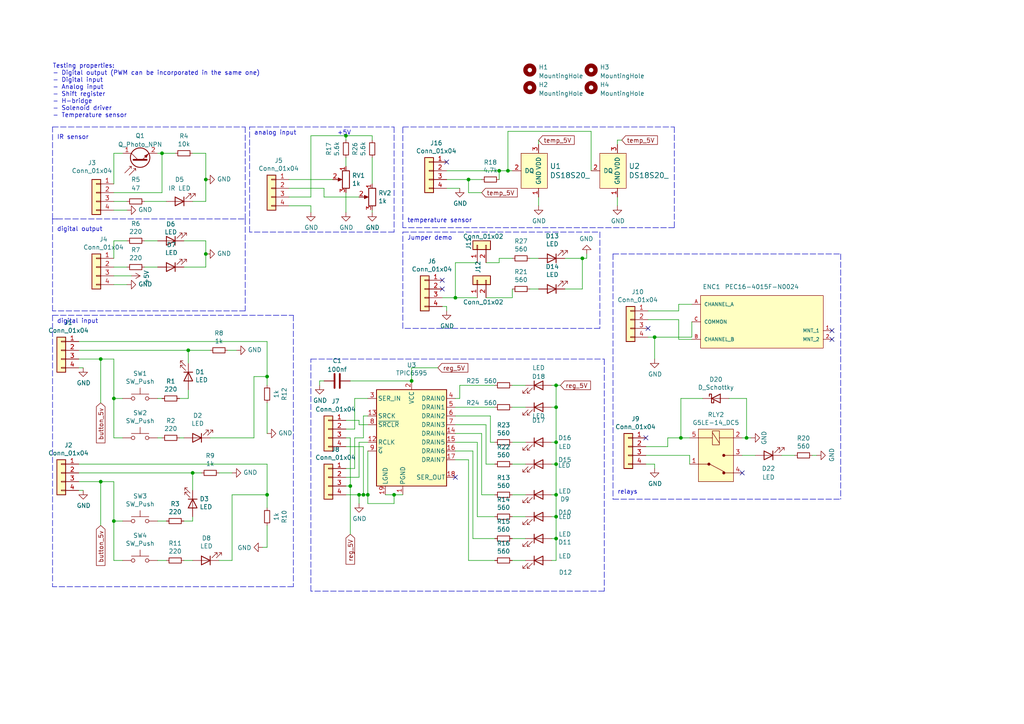
<source format=kicad_sch>
(kicad_sch (version 20211123) (generator eeschema)
  (paper "A4")
  (lib_symbols
    (symbol "Connector_Generic:Conn_01x02" (pin_names (offset 1.016) hide)
      (property "Reference" "J" (at 0 2.54 0))
      (property "Value" "Conn_01x02" (at 0 -5.08 0))
      (symbol "Conn_01x02_1_1"
        (pin passive line (at -5.08 0 0) (length 3.81) (name "Pin_1") (number "1"))
        (pin passive line (at -5.08 -2.54 0) (length 3.81) (name "Pin_2") (number "2"))
      )
    )
    (symbol "Device:C" (pin_numbers hide) (pin_names (offset 0.254))
      (property "Reference" "C" (at 0.635 2.54 0))
      (property "Value" "C" (at 0.635 -2.54 0))
      (symbol "C_1_1"
        (pin passive line (at 0 3.81 270) (length 2.794) (name "~") (number "1"))
        (pin passive line (at 0 -3.81 90) (length 2.794) (name "~") (number "2"))
      )
    )
    (symbol "Device:Q_Photo_NPN" (pin_names (offset 0) hide)
      (property "Reference" "Q" (at 5.08 1.27 0))
      (property "Value" "Q_Photo_NPN" (at 5.08 -1.27 0))
      (symbol "Q_Photo_NPN_1_1"
        (pin passive line (at 2.54 5.08 270) (length 2.54) (name "C") (number "1"))
        (pin passive line (at 2.54 -5.08 90) (length 2.54) (name "E") (number "2"))
      )
    )
    (symbol "Encoder:PEC16-4015F-N0024" (pin_names (offset 1.016))
      (property "Reference" "ENC" (at 0 5.08 0))
      (property "Value" "PEC16-4015F-N0024" (at 0 7.62 0))
      (symbol "PEC16-4015F-N0024_1_1"
        (pin passive line (at 43.18 -7.62 180) (length 2.54) (name "MNT_1") (number "1"))
        (pin passive line (at 43.18 -10.16 180) (length 2.54) (name "MNT_2") (number "2"))
        (pin passive line (at 2.54 0 0) (length 2.54) (name "CHANNEL_A") (number "A"))
        (pin passive line (at 2.54 -10.16 0) (length 2.54) (name "CHANNEL_B") (number "B"))
        (pin passive line (at 2.54 -5.08 0) (length 2.54) (name "COMMON") (number "C"))
      )
    )
    (symbol "Mechanical:MountingHole" (pin_names (offset 1.016))
      (property "Reference" "H" (at 0 5.08 0))
      (property "Value" "MountingHole" (at 0 3.175 0))
    )
    (symbol "testing_board-rescue:+5V-power" (power) (pin_names (offset 0))
      (property "Value" "+5V-power" (at 0 3.556 0))
      (symbol "+5V-power_1_1"
        (pin power_in line (at 0 0 90) (length 0) hide (name "+5V") (number "1"))
      )
    )
    (symbol "testing_board-rescue:Conn_01x04-Connector_Generic" (pin_names (offset 1.016) hide)
      (property "Reference" "J" (at 0 5.08 0))
      (property "Value" "Conn_01x04-Connector_Generic" (at 0 -7.62 0))
      (symbol "Conn_01x04-Connector_Generic_1_1"
        (pin passive line (at -5.08 2.54 0) (length 3.81) (name "Pin_1") (number "1"))
        (pin passive line (at -5.08 0 0) (length 3.81) (name "Pin_2") (number "2"))
        (pin passive line (at -5.08 -2.54 0) (length 3.81) (name "Pin_3") (number "3"))
        (pin passive line (at -5.08 -5.08 0) (length 3.81) (name "Pin_4") (number "4"))
      )
    )
    (symbol "testing_board-rescue:DS18S20_-dk_Temperature-Sensors-Analog-and-Digital-Output" (pin_names (offset 1.016))
      (property "Reference" "U" (at -5.08 6.35 0))
      (property "Value" "DS18S20_-dk_Temperature-Sensors-Analog-and-Digital-Output" (at 3.81 -7.62 90))
      (symbol "DS18S20_-dk_Temperature-Sensors-Analog-and-Digital-Output_1_1"
        (pin power_in line (at 0 -7.62 90) (length 2.54) (name "GND") (number "1"))
        (pin bidirectional line (at -7.62 0 0) (length 2.54) (name "DQ") (number "2"))
        (pin power_in line (at 0 7.62 270) (length 2.54) (name "VDD") (number "3"))
      )
    )
    (symbol "testing_board-rescue:D_Schottky-Device" (pin_numbers hide) (pin_names (offset 1.016) hide)
      (property "Reference" "D" (at 0 2.54 0))
      (property "Value" "D_Schottky-Device" (at 0 -2.54 0))
      (symbol "D_Schottky-Device_1_1"
        (pin passive line (at -3.81 0 0) (length 2.54) (name "K") (number "1"))
        (pin passive line (at 3.81 0 180) (length 2.54) (name "A") (number "2"))
      )
    )
    (symbol "testing_board-rescue:G5LE-14_DC5-dk_Power-Relays-Over-2-Amps" (pin_names (offset 0) hide)
      (property "Reference" "RLY" (at -8.636 6.858 0))
      (property "Value" "G5LE-14_DC5-dk_Power-Relays-Over-2-Amps" (at -8.89 5.08 90))
      (symbol "G5LE-14_DC5-dk_Power-Relays-Over-2-Amps_1_1"
        (pin passive line (at 2.54 -7.62 90) (length 2.54) (name "COM") (number "1"))
        (pin passive line (at -5.08 7.62 270) (length 2.54) (name "COIL") (number "2"))
        (pin passive line (at 0 7.62 270) (length 2.54) (name "NO") (number "3"))
        (pin passive line (at 5.08 7.62 270) (length 2.54) (name "NC") (number "4"))
        (pin passive line (at -5.08 -7.62 90) (length 2.54) (name "COIL") (number "5"))
      )
    )
    (symbol "testing_board-rescue:GND-power" (power) (pin_names (offset 0))
      (property "Value" "GND-power" (at 0 -3.81 0))
      (symbol "GND-power_1_1"
        (pin power_in line (at 0 0 270) (length 0) hide (name "GND") (number "1"))
      )
    )
    (symbol "testing_board-rescue:LED-Device" (pin_numbers hide) (pin_names (offset 1.016) hide)
      (property "Reference" "D" (at 0 2.54 0))
      (property "Value" "LED-Device" (at 0 -2.54 0))
      (symbol "LED-Device_1_1"
        (pin passive line (at -3.81 0 0) (length 2.54) (name "K") (number "1"))
        (pin passive line (at 3.81 0 180) (length 2.54) (name "A") (number "2"))
      )
    )
    (symbol "testing_board-rescue:R_POT-Device" (pin_names (offset 1.016) hide)
      (property "Reference" "RV" (at -4.445 0 90))
      (property "Value" "R_POT-Device" (at -2.54 0 90))
      (symbol "R_POT-Device_1_1"
        (pin passive line (at 0 3.81 270) (length 1.27) (name "1") (number "1"))
        (pin passive line (at 3.81 0 180) (length 1.27) (name "2") (number "2"))
        (pin passive line (at 0 -3.81 90) (length 1.27) (name "3") (number "3"))
      )
    )
    (symbol "testing_board-rescue:R_Small-Device" (pin_numbers hide) (pin_names (offset 0.254) hide)
      (property "Reference" "R" (at 0.762 0.508 0))
      (property "Value" "R_Small-Device" (at 0.762 -1.016 0))
      (symbol "R_Small-Device_1_1"
        (pin passive line (at 0 2.54 270) (length 0.762) (name "~") (number "1"))
        (pin passive line (at 0 -2.54 90) (length 0.762) (name "~") (number "2"))
      )
    )
    (symbol "testing_board-rescue:SW_Push-Switch" (pin_numbers hide) (pin_names (offset 1.016) hide)
      (property "Reference" "SW" (at 1.27 2.54 0))
      (property "Value" "SW_Push-Switch" (at 0 -1.524 0))
      (symbol "SW_Push-Switch_0_1"
        (pin passive line (at -5.08 0 0) (length 2.54) (name "1") (number "1"))
        (pin passive line (at 5.08 0 180) (length 2.54) (name "2") (number "2"))
      )
    )
    (symbol "testing_board-rescue:TPIC6595-Interface_Expansion" (pin_names (offset 0.381))
      (property "Reference" "U" (at -8.89 13.97 0))
      (property "Value" "TPIC6595-Interface_Expansion" (at 6.35 13.97 0))
      (symbol "TPIC6595-Interface_Expansion_1_1"
        (pin power_in line (at -2.54 -17.78 90) (length 2.54) (name "PGND") (number "1"))
        (pin passive line (at -2.54 -17.78 90) (length 2.54) hide (name "PGND") (number "10"))
        (pin passive line (at -2.54 -17.78 90) (length 2.54) hide (name "PGND") (number "11"))
        (pin input line (at -12.7 -2.54 0) (length 2.54) (name "RCLK") (number "12"))
        (pin input line (at -12.7 5.08 0) (length 2.54) (name "SRCK") (number "13"))
        (pin open_collector line (at 12.7 0 180) (length 2.54) (name "DRAIN4") (number "14"))
        (pin open_collector line (at 12.7 -2.54 180) (length 2.54) (name "DRAIN5") (number "15"))
        (pin open_collector line (at 12.7 -5.08 180) (length 2.54) (name "DRAIN6") (number "16"))
        (pin open_collector line (at 12.7 -7.62 180) (length 2.54) (name "DRAIN7") (number "17"))
        (pin output line (at 12.7 -12.7 180) (length 2.54) (name "SER_OUT") (number "18"))
        (pin power_in line (at -7.62 -17.78 90) (length 2.54) (name "LGND") (number "19"))
        (pin power_in line (at 0 15.24 270) (length 2.54) (name "VCC") (number "2"))
        (pin passive line (at -2.54 -17.78 90) (length 2.54) hide (name "PGND") (number "20"))
        (pin input line (at -12.7 10.16 0) (length 2.54) (name "SER_IN") (number "3"))
        (pin open_collector line (at 12.7 10.16 180) (length 2.54) (name "DRAIN0") (number "4"))
        (pin open_collector line (at 12.7 7.62 180) (length 2.54) (name "DRAIN1") (number "5"))
        (pin open_collector line (at 12.7 5.08 180) (length 2.54) (name "DRAIN2") (number "6"))
        (pin open_collector line (at 12.7 2.54 180) (length 2.54) (name "DRAIN3") (number "7"))
        (pin input line (at -12.7 2.54 0) (length 2.54) (name "~{SRCLR}") (number "8"))
        (pin input line (at -12.7 -5.08 0) (length 2.54) (name "~{G}") (number "9"))
      )
    )
  )
  (junction (at 104.14 143.51))
  (junction (at 77.47 109.22))
  (junction (at 29.21 104.14))
  (junction (at 161.29 143.51))
  (junction (at 161.29 128.27))
  (junction (at 77.47 143.51))
  (junction (at 105.41 143.51))
  (junction (at 161.29 118.11))
  (junction (at 119.38 110.49))
  (junction (at 114.3 143.51))
  (junction (at 29.21 139.7))
  (junction (at 147.32 49.53))
  (junction (at 144.78 49.53))
  (junction (at 197.485 127))
  (junction (at 216.535 127))
  (junction (at 59.69 73.66))
  (junction (at 46.99 44.45))
  (junction (at 168.91 74.93))
  (junction (at 161.29 149.86))
  (junction (at 55.88 137.16))
  (junction (at 33.02 115.57))
  (junction (at 101.6 140.97))
  (junction (at 132.08 86.36))
  (junction (at 59.69 52.07))
  (junction (at 33.02 151.13))
  (junction (at 100.33 39.37))
  (junction (at 161.29 134.62))
  (junction (at 161.29 156.21))
  (junction (at 161.29 111.76))
  (junction (at 54.61 101.6))
  (junction (at 106.68 143.51))
  (junction (at 135.89 52.07))
  (junction (at 189.865 97.79))
  (no_connect (at 241.3 98.425))
  (no_connect (at 241.3 95.885))
  (no_connect (at 187.325 127))
  (no_connect (at 129.54 46.99))
  (no_connect (at 215.265 137.16))
  (no_connect (at 187.96 95.25))
  (no_connect (at 132.08 138.43))
  (no_connect (at 128.27 81.28))
  (no_connect (at 128.27 83.82))
  (wire (pts (xy 52.07 127) (xy 53.34 127)))
  (wire (pts (xy 180.34 40.64) (xy 179.07 40.64)))
  (wire (pts (xy 77.47 134.62) (xy 22.86 134.62)))
  (wire (pts (xy 179.07 57.15) (xy 179.07 59.69)))
  (wire (pts (xy 144.78 76.2) (xy 144.78 74.93)))
  (wire (pts (xy 93.98 54.61) (xy 93.98 57.15)))
  (wire (pts (xy 106.68 146.05) (xy 114.3 146.05)))
  (wire (pts (xy 29.21 139.7) (xy 33.02 139.7)))
  (wire (pts (xy 59.69 52.07) (xy 59.69 58.42)))
  (wire (pts (xy 46.99 127) (xy 45.72 127)))
  (wire (pts (xy 100.33 121.92) (xy 104.14 121.92)))
  (wire (pts (xy 148.59 149.86) (xy 152.4 149.86)))
  (wire (pts (xy 132.08 118.11) (xy 143.51 118.11)))
  (polyline (pts (xy 15.24 91.44) (xy 15.24 170.18)))
  (wire (pts (xy 142.24 128.27) (xy 143.51 128.27)))
  (polyline (pts (xy 72.39 36.83) (xy 114.3 36.83)))
  (wire (pts (xy 135.89 52.07) (xy 135.89 55.88)))
  (wire (pts (xy 33.02 58.42) (xy 36.83 58.42)))
  (wire (pts (xy 148.59 118.11) (xy 152.4 118.11)))
  (wire (pts (xy 67.31 143.51) (xy 77.47 143.51)))
  (wire (pts (xy 33.02 80.01) (xy 38.1 80.01)))
  (wire (pts (xy 33.02 162.56) (xy 35.56 162.56)))
  (wire (pts (xy 144.78 74.93) (xy 148.59 74.93)))
  (wire (pts (xy 147.32 38.1) (xy 171.45 38.1)))
  (polyline (pts (xy 177.8 144.78) (xy 243.84 144.78)))
  (wire (pts (xy 22.86 142.24) (xy 24.13 142.24)))
  (wire (pts (xy 83.82 59.69) (xy 90.17 59.69)))
  (wire (pts (xy 197.485 127) (xy 200.025 127)))
  (wire (pts (xy 161.29 143.51) (xy 161.29 149.86)))
  (wire (pts (xy 129.54 88.9) (xy 128.27 88.9)))
  (wire (pts (xy 160.02 156.21) (xy 161.29 156.21)))
  (wire (pts (xy 90.17 59.69) (xy 90.17 61.595)))
  (wire (pts (xy 132.08 76.2) (xy 138.43 76.2)))
  (wire (pts (xy 197.485 115.57) (xy 203.835 115.57)))
  (wire (pts (xy 197.485 115.57) (xy 197.485 127)))
  (wire (pts (xy 129.54 52.07) (xy 135.89 52.07)))
  (wire (pts (xy 33.02 55.88) (xy 46.99 55.88)))
  (wire (pts (xy 216.535 127) (xy 215.265 127)))
  (wire (pts (xy 106.68 130.81) (xy 106.68 143.51)))
  (wire (pts (xy 132.08 130.81) (xy 137.16 130.81)))
  (wire (pts (xy 148.59 156.21) (xy 152.4 156.21)))
  (wire (pts (xy 101.6 127) (xy 101.6 140.97)))
  (wire (pts (xy 102.87 135.89) (xy 102.87 127)))
  (wire (pts (xy 187.325 129.54) (xy 193.675 129.54)))
  (wire (pts (xy 63.5 137.16) (xy 67.31 137.16)))
  (wire (pts (xy 189.865 134.62) (xy 189.865 135.89)))
  (wire (pts (xy 102.87 124.46) (xy 102.87 115.57)))
  (wire (pts (xy 53.34 77.47) (xy 59.69 77.47)))
  (wire (pts (xy 147.32 49.53) (xy 148.59 49.53)))
  (wire (pts (xy 187.96 90.17) (xy 196.85 90.17)))
  (polyline (pts (xy 177.8 73.66) (xy 243.84 73.66)))
  (wire (pts (xy 139.7 143.51) (xy 143.51 143.51)))
  (polyline (pts (xy 85.09 91.44) (xy 85.09 170.18)))
  (wire (pts (xy 33.02 82.55) (xy 36.83 82.55)))
  (wire (pts (xy 107.95 45.72) (xy 107.95 53.34)))
  (wire (pts (xy 59.69 77.47) (xy 59.69 73.66)))
  (wire (pts (xy 104.14 123.19) (xy 106.68 123.19)))
  (wire (pts (xy 100.33 143.51) (xy 104.14 143.51)))
  (wire (pts (xy 161.29 111.76) (xy 162.56 111.76)))
  (wire (pts (xy 102.87 115.57) (xy 106.68 115.57)))
  (wire (pts (xy 161.29 162.56) (xy 160.02 162.56)))
  (wire (pts (xy 107.95 60.96) (xy 107.95 61.595)))
  (wire (pts (xy 77.47 99.06) (xy 22.86 99.06)))
  (wire (pts (xy 106.68 143.51) (xy 106.68 146.05)))
  (wire (pts (xy 22.86 101.6) (xy 54.61 101.6)))
  (polyline (pts (xy 15.24 63.5) (xy 16.51 63.5)))
  (wire (pts (xy 156.21 40.64) (xy 156.21 41.91)))
  (wire (pts (xy 33.02 60.96) (xy 36.83 60.96)))
  (wire (pts (xy 33.02 127) (xy 35.56 127)))
  (polyline (pts (xy 90.17 171.45) (xy 90.17 104.14)))
  (wire (pts (xy 33.02 53.34) (xy 33.02 44.45)))
  (wire (pts (xy 53.34 69.85) (xy 59.69 69.85)))
  (wire (pts (xy 66.04 101.6) (xy 68.58 101.6)))
  (wire (pts (xy 129.54 49.53) (xy 144.78 49.53)))
  (wire (pts (xy 142.24 120.65) (xy 142.24 128.27)))
  (wire (pts (xy 59.69 69.85) (xy 59.69 73.66)))
  (wire (pts (xy 132.08 76.2) (xy 132.08 86.36)))
  (wire (pts (xy 119.38 106.68) (xy 127 106.68)))
  (wire (pts (xy 100.33 55.88) (xy 100.33 61.595)))
  (wire (pts (xy 196.85 98.425) (xy 196.85 92.71)))
  (wire (pts (xy 41.91 58.42) (xy 48.26 58.42)))
  (wire (pts (xy 105.41 120.65) (xy 106.68 120.65)))
  (wire (pts (xy 168.91 74.93) (xy 168.91 83.82)))
  (wire (pts (xy 138.43 149.86) (xy 138.43 128.27)))
  (wire (pts (xy 105.41 143.51) (xy 104.14 143.51)))
  (wire (pts (xy 219.075 132.08) (xy 215.265 132.08)))
  (wire (pts (xy 101.6 140.97) (xy 100.33 140.97)))
  (wire (pts (xy 153.67 83.82) (xy 156.21 83.82)))
  (wire (pts (xy 83.82 52.07) (xy 96.52 52.07)))
  (wire (pts (xy 22.86 104.14) (xy 29.21 104.14)))
  (polyline (pts (xy 173.99 95.25) (xy 116.84 95.25)))
  (wire (pts (xy 41.91 69.85) (xy 45.72 69.85)))
  (wire (pts (xy 140.97 134.62) (xy 143.51 134.62)))
  (wire (pts (xy 144.78 49.53) (xy 147.32 49.53)))
  (wire (pts (xy 140.97 76.2) (xy 144.78 76.2)))
  (polyline (pts (xy 195.58 66.04) (xy 116.84 66.04)))
  (wire (pts (xy 135.89 162.56) (xy 135.89 133.35)))
  (polyline (pts (xy 175.26 104.14) (xy 175.26 171.45)))
  (wire (pts (xy 73.66 109.22) (xy 73.66 127)))
  (wire (pts (xy 55.88 58.42) (xy 59.69 58.42)))
  (wire (pts (xy 100.33 135.89) (xy 102.87 135.89)))
  (wire (pts (xy 46.99 55.88) (xy 46.99 44.45)))
  (wire (pts (xy 22.86 139.7) (xy 29.21 139.7)))
  (wire (pts (xy 67.31 162.56) (xy 67.31 143.51)))
  (wire (pts (xy 161.29 156.21) (xy 161.29 162.56)))
  (polyline (pts (xy 175.26 171.45) (xy 90.17 171.45)))
  (wire (pts (xy 77.47 143.51) (xy 77.47 147.32)))
  (wire (pts (xy 114.3 146.05) (xy 114.3 143.51)))
  (wire (pts (xy 100.33 129.54) (xy 105.41 129.54)))
  (polyline (pts (xy 16.51 63.5) (xy 71.12 63.5)))
  (wire (pts (xy 160.02 111.76) (xy 161.29 111.76)))
  (polyline (pts (xy 195.58 36.83) (xy 195.58 66.04)))
  (polyline (pts (xy 116.84 95.25) (xy 116.84 67.31)))
  (wire (pts (xy 153.67 74.93) (xy 156.21 74.93)))
  (wire (pts (xy 236.855 132.08) (xy 235.585 132.08)))
  (wire (pts (xy 140.97 123.19) (xy 140.97 134.62)))
  (wire (pts (xy 59.69 44.45) (xy 59.69 52.07)))
  (polyline (pts (xy 71.12 90.17) (xy 15.24 90.17)))
  (polyline (pts (xy 15.24 90.17) (xy 15.24 63.5)))
  (polyline (pts (xy 243.84 73.66) (xy 243.84 144.78)))
  (wire (pts (xy 33.02 139.7) (xy 33.02 151.13)))
  (polyline (pts (xy 116.84 36.83) (xy 195.58 36.83)))
  (wire (pts (xy 163.83 74.93) (xy 168.91 74.93)))
  (wire (pts (xy 45.72 115.57) (xy 46.99 115.57)))
  (wire (pts (xy 33.02 74.93) (xy 33.02 69.85)))
  (wire (pts (xy 22.86 137.16) (xy 55.88 137.16)))
  (wire (pts (xy 101.6 140.97) (xy 101.6 154.94)))
  (polyline (pts (xy 90.17 104.14) (xy 175.26 104.14)))
  (wire (pts (xy 45.72 151.13) (xy 48.26 151.13)))
  (wire (pts (xy 187.325 134.62) (xy 189.865 134.62)))
  (polyline (pts (xy 114.3 36.83) (xy 114.3 67.31)))
  (wire (pts (xy 140.97 86.36) (xy 148.59 86.36)))
  (wire (pts (xy 179.07 40.64) (xy 179.07 41.91)))
  (wire (pts (xy 48.26 162.56) (xy 45.72 162.56)))
  (wire (pts (xy 163.83 83.82) (xy 168.91 83.82)))
  (polyline (pts (xy 85.09 170.18) (xy 15.24 170.18)))
  (wire (pts (xy 171.45 38.1) (xy 171.45 49.53)))
  (wire (pts (xy 114.3 143.51) (xy 116.84 143.51)))
  (wire (pts (xy 104.14 128.27) (xy 106.68 128.27)))
  (wire (pts (xy 132.08 123.19) (xy 140.97 123.19)))
  (wire (pts (xy 196.85 88.265) (xy 200.66 88.265)))
  (wire (pts (xy 83.82 54.61) (xy 93.98 54.61)))
  (wire (pts (xy 143.51 149.86) (xy 138.43 149.86)))
  (wire (pts (xy 100.33 124.46) (xy 102.87 124.46)))
  (wire (pts (xy 161.29 128.27) (xy 161.29 134.62)))
  (polyline (pts (xy 15.24 36.83) (xy 71.12 36.83)))
  (wire (pts (xy 77.47 134.62) (xy 77.47 143.51)))
  (wire (pts (xy 170.18 74.93) (xy 170.18 73.66)))
  (wire (pts (xy 196.85 90.17) (xy 196.85 88.265)))
  (wire (pts (xy 33.02 115.57) (xy 33.02 127)))
  (wire (pts (xy 193.675 129.54) (xy 193.675 127)))
  (wire (pts (xy 211.455 115.57) (xy 216.535 115.57)))
  (wire (pts (xy 55.88 149.86) (xy 55.88 151.13)))
  (wire (pts (xy 29.21 104.14) (xy 29.21 116.84)))
  (wire (pts (xy 161.29 128.27) (xy 160.02 128.27)))
  (wire (pts (xy 138.43 128.27) (xy 132.08 128.27)))
  (wire (pts (xy 100.33 45.72) (xy 100.33 48.26)))
  (wire (pts (xy 196.85 92.71) (xy 187.96 92.71)))
  (wire (pts (xy 133.35 111.76) (xy 143.51 111.76)))
  (wire (pts (xy 104.14 143.51) (xy 104.14 146.05)))
  (wire (pts (xy 54.61 105.41) (xy 54.61 101.6)))
  (wire (pts (xy 105.41 127) (xy 105.41 120.65)))
  (wire (pts (xy 139.7 125.73) (xy 139.7 143.51)))
  (wire (pts (xy 104.14 138.43) (xy 104.14 128.27)))
  (wire (pts (xy 200.025 132.08) (xy 200.025 134.62)))
  (wire (pts (xy 90.17 39.37) (xy 100.33 39.37)))
  (wire (pts (xy 33.02 69.85) (xy 36.83 69.85)))
  (polyline (pts (xy 15.24 91.44) (xy 85.09 91.44)))
  (wire (pts (xy 77.47 116.84) (xy 77.47 125.73)))
  (wire (pts (xy 22.86 106.68) (xy 24.13 106.68)))
  (polyline (pts (xy 173.99 67.31) (xy 173.99 95.25)))
  (polyline (pts (xy 177.8 73.66) (xy 177.8 144.78)))
  (wire (pts (xy 161.29 149.86) (xy 161.29 156.21)))
  (wire (pts (xy 107.95 39.37) (xy 107.95 40.64)))
  (wire (pts (xy 132.08 120.65) (xy 142.24 120.65)))
  (wire (pts (xy 93.98 110.49) (xy 92.71 110.49)))
  (wire (pts (xy 148.59 111.76) (xy 152.4 111.76)))
  (wire (pts (xy 148.59 162.56) (xy 152.4 162.56)))
  (wire (pts (xy 67.31 162.56) (xy 63.5 162.56)))
  (wire (pts (xy 33.02 44.45) (xy 35.56 44.45)))
  (wire (pts (xy 200.66 97.79) (xy 200.66 93.345)))
  (wire (pts (xy 77.47 158.75) (xy 76.2 158.75)))
  (wire (pts (xy 45.72 44.45) (xy 46.99 44.45)))
  (wire (pts (xy 41.91 77.47) (xy 45.72 77.47)))
  (wire (pts (xy 137.16 156.21) (xy 143.51 156.21)))
  (wire (pts (xy 100.33 39.37) (xy 107.95 39.37)))
  (wire (pts (xy 55.88 162.56) (xy 53.34 162.56)))
  (wire (pts (xy 55.88 44.45) (xy 59.69 44.45)))
  (wire (pts (xy 216.535 115.57) (xy 216.535 127)))
  (polyline (pts (xy 114.3 67.31) (xy 72.39 67.31)))
  (wire (pts (xy 137.16 130.81) (xy 137.16 156.21)))
  (wire (pts (xy 60.96 127) (xy 73.66 127)))
  (wire (pts (xy 54.61 101.6) (xy 60.96 101.6)))
  (wire (pts (xy 55.88 137.16) (xy 58.42 137.16)))
  (wire (pts (xy 100.33 39.37) (xy 100.33 40.64)))
  (wire (pts (xy 100.33 138.43) (xy 104.14 138.43)))
  (wire (pts (xy 132.08 115.57) (xy 133.35 115.57)))
  (wire (pts (xy 156.21 57.15) (xy 156.21 59.69)))
  (wire (pts (xy 187.96 97.79) (xy 189.865 97.79)))
  (wire (pts (xy 161.29 111.76) (xy 161.29 118.11)))
  (wire (pts (xy 135.89 52.07) (xy 139.7 52.07)))
  (wire (pts (xy 105.41 129.54) (xy 105.41 143.51)))
  (wire (pts (xy 160.02 149.86) (xy 161.29 149.86)))
  (polyline (pts (xy 116.84 66.04) (xy 116.84 36.83)))
  (wire (pts (xy 135.89 133.35) (xy 132.08 133.35)))
  (wire (pts (xy 119.38 110.49) (xy 119.38 106.68)))
  (wire (pts (xy 161.29 118.11) (xy 161.29 128.27)))
  (wire (pts (xy 77.47 152.4) (xy 77.47 158.75)))
  (wire (pts (xy 161.29 134.62) (xy 161.29 143.51)))
  (wire (pts (xy 133.35 115.57) (xy 133.35 111.76)))
  (wire (pts (xy 128.27 86.36) (xy 132.08 86.36)))
  (wire (pts (xy 200.66 98.425) (xy 196.85 98.425)))
  (wire (pts (xy 73.66 109.22) (xy 77.47 109.22)))
  (wire (pts (xy 148.59 128.27) (xy 152.4 128.27)))
  (wire (pts (xy 33.02 151.13) (xy 33.02 162.56)))
  (wire (pts (xy 29.21 139.7) (xy 29.21 152.4)))
  (wire (pts (xy 53.34 151.13) (xy 55.88 151.13)))
  (polyline (pts (xy 15.24 63.5) (xy 15.24 36.83)))
  (wire (pts (xy 230.505 132.08) (xy 226.695 132.08)))
  (wire (pts (xy 189.865 97.79) (xy 189.865 104.14)))
  (polyline (pts (xy 72.39 67.31) (xy 72.39 36.83)))
  (wire (pts (xy 77.47 99.06) (xy 77.47 109.22)))
  (wire (pts (xy 111.76 143.51) (xy 114.3 143.51)))
  (wire (pts (xy 168.91 74.93) (xy 170.18 74.93)))
  (wire (pts (xy 129.54 88.9) (xy 129.54 90.17)))
  (wire (pts (xy 90.17 57.15) (xy 83.82 57.15)))
  (wire (pts (xy 143.51 162.56) (xy 135.89 162.56)))
  (polyline (pts (xy 71.12 63.5) (xy 71.12 90.17)))
  (wire (pts (xy 77.47 109.22) (xy 77.47 111.76)))
  (wire (pts (xy 160.02 134.62) (xy 161.29 134.62)))
  (wire (pts (xy 33.02 104.14) (xy 33.02 115.57)))
  (wire (pts (xy 144.78 49.53) (xy 144.78 52.07)))
  (wire (pts (xy 106.68 143.51) (xy 105.41 143.51)))
  (wire (pts (xy 90.17 39.37) (xy 90.17 57.15)))
  (wire (pts (xy 217.805 127) (xy 216.535 127)))
  (wire (pts (xy 104.14 121.92) (xy 104.14 123.19)))
  (wire (pts (xy 132.08 86.36) (xy 138.43 86.36)))
  (wire (pts (xy 29.21 104.14) (xy 33.02 104.14)))
  (wire (pts (xy 147.32 49.53) (xy 147.32 38.1)))
  (wire (pts (xy 92.71 110.49) (xy 92.71 111.76)))
  (wire (pts (xy 33.02 151.13) (xy 35.56 151.13)))
  (wire (pts (xy 55.88 137.16) (xy 55.88 142.24)))
  (wire (pts (xy 54.61 113.03) (xy 54.61 115.57)))
  (polyline (pts (xy 71.12 36.83) (xy 71.12 63.5)))
  (wire (pts (xy 102.87 127) (xy 105.41 127)))
  (wire (pts (xy 52.07 115.57) (xy 54.61 115.57)))
  (wire (pts (xy 101.6 110.49) (xy 119.38 110.49)))
  (wire (pts (xy 160.02 143.51) (xy 161.29 143.51)))
  (wire (pts (xy 33.02 77.47) (xy 36.83 77.47)))
  (wire (pts (xy 148.59 143.51) (xy 152.4 143.51)))
  (wire (pts (xy 46.99 44.45) (xy 50.8 44.45)))
  (wire (pts (xy 193.675 127) (xy 197.485 127)))
  (wire (pts (xy 93.98 57.15) (xy 104.14 57.15)))
  (wire (pts (xy 148.59 86.36) (xy 148.59 83.82)))
  (wire (pts (xy 187.325 132.08) (xy 200.025 132.08)))
  (wire (pts (xy 100.33 127) (xy 101.6 127)))
  (wire (pts (xy 132.08 125.73) (xy 139.7 125.73)))
  (polyline (pts (xy 116.84 67.31) (xy 173.99 67.31)))
  (wire (pts (xy 161.29 118.11) (xy 160.02 118.11)))
  (wire (pts (xy 189.865 97.79) (xy 200.66 97.79)))
  (wire (pts (xy 148.59 134.62) (xy 152.4 134.62)))
  (wire (pts (xy 133.35 54.61) (xy 129.54 54.61)))
  (wire (pts (xy 33.02 115.57) (xy 35.56 115.57)))
  (wire (pts (xy 135.89 55.88) (xy 139.7 55.88)))
  (text "digital output" (at 16.51 67.31 0) (effects (font (size 1.27 1.27)) (justify left bottom)))
  (text "analog input" (at 73.66 39.37 0) (effects (font (size 1.27 1.27)) (justify left bottom)))
  (text "Testing properties:\n- Digital output (PWM can be incorporated in the same one)\n- Digital input\n- Analog input\n- Shift register\n- H-bridge\n- Solenoid driver\n- Temperature sensor\n" (at 15.24 34.29 0) (effects (font (size 1.27 1.27)) (justify left bottom)))
  (text "IR sensor " (at 16.51 40.64 0) (effects (font (size 1.27 1.27)) (justify left bottom)))
  (text "Jumper demo" (at 118.11 69.85 0) (effects (font (size 1.27 1.27)) (justify left bottom)))
  (text "+5V" (at 97.79 39.37 0) (effects (font (size 1.27 1.27)) (justify left bottom)))
  (text "relays" (at 179.07 143.51 0) (effects (font (size 1.27 1.27)) (justify left bottom)))
  (text "digital input\n" (at 16.51 93.98 0) (effects (font (size 1.27 1.27)) (justify left bottom)))
  (text "temperature sensor" (at 118.11 64.77 0) (effects (font (size 1.27 1.27)) (justify left bottom)))
  (global_label "reg_5V" (shape input) (at 162.56 111.76 0) (property "Intersheet References" "${INTERSHEET_REFS}" (effects hide)))
  (global_label "reg_5V" (shape input) (at 127 106.68 0) (property "Intersheet References" "${INTERSHEET_REFS}" (effects hide)))
  (global_label "reg_5V" (shape input) (at 101.6 154.94 270) (property "Intersheet References" "${INTERSHEET_REFS}" (effects hide)))
  (global_label "button_5v" (shape input) (at 29.21 116.84 270) (property "Intersheet References" "${INTERSHEET_REFS}" (effects hide)))
  (global_label "temp_5V" (shape input) (at 156.21 40.64 0) (property "Intersheet References" "${INTERSHEET_REFS}" (effects hide)))
  (global_label "temp_5V" (shape input) (at 139.7 55.88 0) (property "Intersheet References" "${INTERSHEET_REFS}" (effects hide)))
  (global_label "button_5v" (shape input) (at 29.21 152.4 270) (property "Intersheet References" "${INTERSHEET_REFS}" (effects hide)))
  (global_label "temp_5V" (shape input) (at 180.34 40.64 0) (property "Intersheet References" "${INTERSHEET_REFS}" (effects hide)))
  (symbol (lib_id "testing_board-rescue:GND-power") (at 36.83 60.96 90) (unit 1)
    (property "Reference" "#PWR06" (effects hide))
    (property "Value" "GND" (at 40.0812 60.833 90) (effects (justify right)))
  )
  (symbol (lib_id "testing_board-rescue:R_Small-Device") (at 39.37 58.42 270) (unit 1)
    (property "Reference" "R5" (at 39.37 52.07 90))
    (property "Value" "47" (at 39.37 54.61 90))
    (property "Footprint" "Resistor_THT:R_Axial_DIN0204_L3.6mm_D1.6mm_P2.54mm_Vertical" (effects hide))
  )
  (symbol (lib_id "testing_board-rescue:R_Small-Device") (at 53.34 44.45 270) (unit 1)
    (property "Reference" "R4" (at 53.34 39.4716 90))
    (property "Value" "10k" (at 53.34 41.783 90))
    (property "Footprint" "Resistor_THT:R_Axial_DIN0204_L3.6mm_D1.6mm_P2.54mm_Vertical" (effects hide))
  )
  (symbol (lib_id "testing_board-rescue:LED-Device") (at 52.07 58.42 180) (unit 1)
    (property "Reference" "D5" (at 52.07 52.07 0))
    (property "Value" "IR LED" (at 52.07 54.61 0))
    (property "Footprint" "LED_THT:LED_D3.0mm" (effects hide))
  )
  (symbol (lib_id "testing_board-rescue:GND-power") (at 59.69 52.07 90) (unit 1)
    (property "Reference" "#PWR012" (effects hide))
    (property "Value" "GND" (at 62.9412 51.943 90) (effects (justify right)))
  )
  (symbol (lib_id "testing_board-rescue:GND-power") (at 36.83 82.55 90) (unit 1)
    (property "Reference" "#PWR08" (effects hide))
    (property "Value" "GND" (at 40.0812 82.423 90) (effects (justify right)))
  )
  (symbol (lib_id "testing_board-rescue:R_Small-Device") (at 39.37 77.47 270) (unit 1)
    (property "Reference" "R7" (at 39.37 72.4916 90))
    (property "Value" "220" (at 39.37 74.803 90))
    (property "Footprint" "Resistor_THT:R_Axial_DIN0204_L3.6mm_D1.6mm_P2.54mm_Vertical" (effects hide))
  )
  (symbol (lib_id "testing_board-rescue:R_Small-Device") (at 39.37 69.85 270) (unit 1)
    (property "Reference" "R6" (at 39.37 64.8716 90))
    (property "Value" "220" (at 39.37 67.183 90))
    (property "Footprint" "Resistor_THT:R_Axial_DIN0204_L3.6mm_D1.6mm_P2.54mm_Vertical" (effects hide))
  )
  (symbol (lib_id "testing_board-rescue:LED-Device") (at 49.53 77.47 180) (unit 1)
    (property "Reference" "D7" (at 49.7078 70.993 0))
    (property "Value" "LED" (at 49.7078 73.3044 0))
    (property "Footprint" "LED_THT:LED_D3.0mm" (effects hide))
  )
  (symbol (lib_id "testing_board-rescue:LED-Device") (at 49.53 69.85 180) (unit 1)
    (property "Reference" "D6" (at 49.53 64.9986 0))
    (property "Value" "LED" (at 49.53 67.31 0))
    (property "Footprint" "LED_THT:LED_D3.0mm" (effects hide))
  )
  (symbol (lib_id "testing_board-rescue:GND-power") (at 59.69 73.66 90) (unit 1)
    (property "Reference" "#PWR013" (effects hide))
    (property "Value" "GND" (at 62.9412 73.533 90) (effects (justify right)))
  )
  (symbol (lib_id "testing_board-rescue:GND-power") (at 24.13 106.68 0) (unit 1)
    (property "Reference" "#PWR01" (effects hide))
    (property "Value" "GND" (at 24.257 111.0742 0))
  )
  (symbol (lib_id "testing_board-rescue:R_Small-Device") (at 77.47 114.3 180) (unit 1)
    (property "Reference" "R12" (at 82.4484 114.3 90))
    (property "Value" "1k" (at 80.137 114.3 90))
    (property "Footprint" "Resistor_THT:R_Axial_DIN0204_L3.6mm_D1.6mm_P2.54mm_Vertical" (effects hide))
  )
  (symbol (lib_id "testing_board-rescue:LED-Device") (at 54.61 109.22 270) (unit 1)
    (property "Reference" "D1" (at 56.642 107.8738 90) (effects (justify left)))
    (property "Value" "LED" (at 56.642 110.1852 90) (effects (justify left)))
    (property "Footprint" "LED_THT:LED_D3.0mm" (effects hide))
  )
  (symbol (lib_id "testing_board-rescue:LED-Device") (at 57.15 127 180) (unit 1)
    (property "Reference" "D2" (at 57.3278 120.523 0))
    (property "Value" "LED" (at 57.3278 122.8344 0))
    (property "Footprint" "LED_THT:LED_D3.0mm" (effects hide))
  )
  (symbol (lib_id "testing_board-rescue:SW_Push-Switch") (at 40.64 127 0) (unit 1)
    (property "Reference" "SW2" (at 40.64 119.761 0))
    (property "Value" "SW_Push" (at 40.64 122.0724 0))
    (property "Footprint" "Button_Switch_THT:SW_PUSH_6mm" (effects hide))
  )
  (symbol (lib_id "testing_board-rescue:SW_Push-Switch") (at 40.64 115.57 0) (unit 1)
    (property "Reference" "SW1" (at 40.64 108.331 0))
    (property "Value" "SW_Push" (at 40.64 110.6424 0))
    (property "Footprint" "Button_Switch_THT:SW_PUSH_6mm" (effects hide))
  )
  (symbol (lib_id "testing_board-rescue:R_Small-Device") (at 63.5 101.6 270) (unit 1)
    (property "Reference" "R8" (at 63.5 96.6216 90))
    (property "Value" "1k" (at 63.5 98.933 90))
    (property "Footprint" "Resistor_THT:R_Axial_DIN0204_L3.6mm_D1.6mm_P2.54mm_Vertical" (effects hide))
  )
  (symbol (lib_id "testing_board-rescue:GND-power") (at 68.58 101.6 90) (unit 1)
    (property "Reference" "#PWR09" (effects hide))
    (property "Value" "GND" (at 71.8312 101.473 90) (effects (justify right)))
  )
  (symbol (lib_id "testing_board-rescue:R_Small-Device") (at 49.53 115.57 90) (unit 1)
    (property "Reference" "R1" (at 49.53 110.5916 90))
    (property "Value" "220" (at 49.53 112.903 90))
    (property "Footprint" "Resistor_THT:R_Axial_DIN0204_L3.6mm_D1.6mm_P2.54mm_Vertical" (effects hide))
  )
  (symbol (lib_id "testing_board-rescue:R_Small-Device") (at 49.53 127 270) (unit 1)
    (property "Reference" "R2" (at 49.53 122.0216 90))
    (property "Value" "220" (at 49.53 124.333 90))
    (property "Footprint" "Resistor_THT:R_Axial_DIN0204_L3.6mm_D1.6mm_P2.54mm_Vertical" (effects hide))
  )
  (symbol (lib_id "testing_board-rescue:GND-power") (at 77.47 125.73 90) (unit 1)
    (property "Reference" "#PWR014" (effects hide))
    (property "Value" "GND" (at 80.7212 125.603 90) (effects (justify right)))
  )
  (symbol (lib_id "testing_board-rescue:GND-power") (at 24.13 142.24 0) (unit 1)
    (property "Reference" "#PWR02" (effects hide))
    (property "Value" "GND" (at 24.257 146.6342 0))
  )
  (symbol (lib_id "testing_board-rescue:R_Small-Device") (at 50.8 162.56 270) (unit 1)
    (property "Reference" "R11" (at 50.8 157.5816 90))
    (property "Value" "220" (at 50.8 159.893 90))
    (property "Footprint" "Resistor_THT:R_Axial_DIN0204_L3.6mm_D1.6mm_P2.54mm_Vertical" (effects hide))
  )
  (symbol (lib_id "testing_board-rescue:LED-Device") (at 55.88 146.05 270) (unit 1)
    (property "Reference" "D3" (at 57.912 144.7038 90) (effects (justify left)))
    (property "Value" "LED" (at 57.912 147.0152 90) (effects (justify left)))
    (property "Footprint" "LED_THT:LED_D3.0mm" (effects hide))
  )
  (symbol (lib_id "testing_board-rescue:LED-Device") (at 59.69 162.56 180) (unit 1)
    (property "Reference" "D8" (at 59.8678 156.083 0))
    (property "Value" "LED" (at 59.8678 158.3944 0))
    (property "Footprint" "LED_THT:LED_D3.0mm" (effects hide))
  )
  (symbol (lib_id "testing_board-rescue:SW_Push-Switch") (at 40.64 162.56 0) (unit 1)
    (property "Reference" "SW4" (at 40.64 155.321 0))
    (property "Value" "SW_Push" (at 40.64 157.6324 0))
    (property "Footprint" "Button_Switch_THT:SW_PUSH_6mm" (effects hide))
  )
  (symbol (lib_id "testing_board-rescue:SW_Push-Switch") (at 40.64 151.13 0) (unit 1)
    (property "Reference" "SW3" (at 40.64 143.891 0))
    (property "Value" "SW_Push" (at 40.64 146.2024 0))
    (property "Footprint" "Button_Switch_THT:SW_PUSH_6mm" (effects hide))
  )
  (symbol (lib_id "testing_board-rescue:GND-power") (at 67.31 137.16 90) (unit 1)
    (property "Reference" "#PWR010" (effects hide))
    (property "Value" "GND" (at 70.5612 137.033 90) (effects (justify right)))
  )
  (symbol (lib_id "testing_board-rescue:R_Small-Device") (at 50.8 151.13 90) (unit 1)
    (property "Reference" "R3" (at 50.8 146.1516 90))
    (property "Value" "220" (at 50.8 148.463 90))
    (property "Footprint" "Resistor_THT:R_Axial_DIN0204_L3.6mm_D1.6mm_P2.54mm_Vertical" (effects hide))
  )
  (symbol (lib_id "testing_board-rescue:R_Small-Device") (at 60.96 137.16 270) (unit 1)
    (property "Reference" "R9" (at 60.96 132.1816 90))
    (property "Value" "1k" (at 60.96 134.493 90))
    (property "Footprint" "Resistor_THT:R_Axial_DIN0204_L3.6mm_D1.6mm_P2.54mm_Vertical" (effects hide))
  )
  (symbol (lib_id "testing_board-rescue:R_Small-Device") (at 77.47 149.86 180) (unit 1)
    (property "Reference" "R10" (at 82.4484 149.86 90))
    (property "Value" "1k" (at 80.137 149.86 90))
    (property "Footprint" "Resistor_THT:R_Axial_DIN0204_L3.6mm_D1.6mm_P2.54mm_Vertical" (effects hide))
  )
  (symbol (lib_id "testing_board-rescue:GND-power") (at 76.2 158.75 270) (unit 1)
    (property "Reference" "#PWR011" (effects hide))
    (property "Value" "GND" (at 72.9488 158.877 90) (effects (justify right)))
  )
  (symbol (lib_id "testing_board-rescue:R_Small-Device") (at 233.045 132.08 90) (unit 1)
    (property "Reference" "R20" (at 233.045 127.1016 90))
    (property "Value" "560" (at 233.045 129.413 90))
    (property "Footprint" "Resistor_THT:R_Axial_DIN0204_L3.6mm_D1.6mm_P2.54mm_Vertical" (effects hide))
  )
  (symbol (lib_id "testing_board-rescue:LED-Device") (at 160.02 74.93 180) (unit 1)
    (property "Reference" "D13" (at 160.1978 68.453 0))
    (property "Value" "LED" (at 160.1978 70.7644 0))
    (property "Footprint" "LED_THT:LED_D3.0mm" (effects hide))
  )
  (symbol (lib_id "testing_board-rescue:LED-Device") (at 160.02 83.82 180) (unit 1)
    (property "Reference" "D14" (at 160.1978 77.343 0))
    (property "Value" "LED" (at 160.1978 79.6544 0))
    (property "Footprint" "LED_THT:LED_D3.0mm" (effects hide))
  )
  (symbol (lib_id "testing_board-rescue:R_Small-Device") (at 151.13 83.82 90) (unit 1)
    (property "Reference" "R21" (at 151.13 78.8416 90))
    (property "Value" "560" (at 151.13 81.153 90))
    (property "Footprint" "Resistor_THT:R_Axial_DIN0204_L3.6mm_D1.6mm_P2.54mm_Vertical" (effects hide))
  )
  (symbol (lib_id "testing_board-rescue:DS18S20_-dk_Temperature-Sensors-Analog-and-Digital-Output") (at 156.21 49.53 0) (unit 1)
    (property "Reference" "U1" (at 159.4612 48.1838 0) (effects (font (size 1.524 1.524)) (justify left)))
    (property "Value" "DS18S20_" (at 159.4612 50.8762 0) (effects (font (size 1.524 1.524)) (justify left)))
    (property "Footprint" "digikey-footprints:TO-92-3" (effects hide))
    (property "Datasheet" "https://datasheets.maximintegrated.com/en/ds/DS18S20.pdf" (effects hide))
    (property "Digi-Key_PN" "DS18S20+-ND" (effects hide))
    (property "MPN" "DS18S20+" (effects hide))
    (property "Category" "Sensors, Transducers" (effects hide))
    (property "Family" "Temperature Sensors - Analog and Digital Output" (effects hide))
    (property "DK_Datasheet_Link" "https://datasheets.maximintegrated.com/en/ds/DS18S20.pdf" (effects hide))
    (property "DK_Detail_Page" "/product-detail/en/maxim-integrated/DS18S20-/DS18S20--ND/1017697" (effects hide))
    (property "Description" "SENSOR DIGITAL -55C-125C TO92-3" (effects hide))
    (property "Manufacturer" "Maxim Integrated" (effects hide))
    (property "Status" "Active" (effects hide))
  )
  (symbol (lib_id "testing_board-rescue:GND-power") (at 133.35 54.61 0) (unit 1)
    (property "Reference" "#PWR017" (effects hide))
    (property "Value" "GND" (at 133.477 59.0042 0))
  )
  (symbol (lib_id "testing_board-rescue:R_Small-Device") (at 142.24 52.07 90) (unit 1)
    (property "Reference" "R18" (at 142.24 47.0916 90))
    (property "Value" "4.7k" (at 142.24 49.403 90))
    (property "Footprint" "Resistor_THT:R_Axial_DIN0204_L3.6mm_D1.6mm_P2.54mm_Vertical" (effects hide))
  )
  (symbol (lib_id "testing_board-rescue:GND-power") (at 156.21 59.69 0) (unit 1)
    (property "Reference" "#PWR020" (effects hide))
    (property "Value" "GND" (at 156.337 64.0842 0))
  )
  (symbol (lib_id "testing_board-rescue:R_Small-Device") (at 146.05 143.51 270) (unit 1)
    (property "Reference" "R13" (at 146.05 138.5316 90))
    (property "Value" "560" (at 146.05 140.843 90))
    (property "Footprint" "Resistor_THT:R_Axial_DIN0204_L3.6mm_D1.6mm_P2.54mm_Vertical" (effects hide))
  )
  (symbol (lib_id "testing_board-rescue:LED-Device") (at 156.21 143.51 0) (unit 1)
    (property "Reference" "D9" (at 163.83 144.78 0))
    (property "Value" "LED" (at 163.83 142.4686 0))
    (property "Footprint" "LED_THT:LED_D3.0mm" (effects hide))
  )
  (symbol (lib_id "testing_board-rescue:DS18S20_-dk_Temperature-Sensors-Analog-and-Digital-Output") (at 179.07 49.53 0) (unit 1)
    (property "Reference" "U2" (at 182.3212 48.1838 0) (effects (font (size 1.524 1.524)) (justify left)))
    (property "Value" "DS18S20_" (at 182.3212 50.8762 0) (effects (font (size 1.524 1.524)) (justify left)))
    (property "Footprint" "digikey-footprints:TO-92-3" (effects hide))
    (property "Datasheet" "https://datasheets.maximintegrated.com/en/ds/DS18S20.pdf" (effects hide))
    (property "Digi-Key_PN" "DS18S20+-ND" (effects hide))
    (property "MPN" "DS18S20+" (effects hide))
    (property "Category" "Sensors, Transducers" (effects hide))
    (property "Family" "Temperature Sensors - Analog and Digital Output" (effects hide))
    (property "DK_Datasheet_Link" "https://datasheets.maximintegrated.com/en/ds/DS18S20.pdf" (effects hide))
    (property "DK_Detail_Page" "/product-detail/en/maxim-integrated/DS18S20-/DS18S20--ND/1017697" (effects hide))
    (property "Description" "SENSOR DIGITAL -55C-125C TO92-3" (effects hide))
    (property "Manufacturer" "Maxim Integrated" (effects hide))
    (property "Status" "Active" (effects hide))
  )
  (symbol (lib_id "testing_board-rescue:GND-power") (at 179.07 59.69 0) (unit 1)
    (property "Reference" "#PWR021" (effects hide))
    (property "Value" "GND" (at 179.197 64.0842 0))
  )
  (symbol (lib_id "testing_board-rescue:LED-Device") (at 156.21 149.86 0) (unit 1)
    (property "Reference" "D10" (at 163.83 148.59 0))
    (property "Value" "LED" (at 163.83 149.86 0))
    (property "Footprint" "LED_THT:LED_D3.0mm" (effects hide))
  )
  (symbol (lib_id "testing_board-rescue:R_Small-Device") (at 146.05 149.86 270) (unit 1)
    (property "Reference" "R14" (at 146.05 144.8816 90))
    (property "Value" "560" (at 146.05 147.193 90))
    (property "Footprint" "Resistor_THT:R_Axial_DIN0204_L3.6mm_D1.6mm_P2.54mm_Vertical" (effects hide))
  )
  (symbol (lib_id "testing_board-rescue:LED-Device") (at 156.21 156.21 0) (unit 1)
    (property "Reference" "D11" (at 163.83 157.2514 0))
    (property "Value" "LED" (at 163.83 154.94 0))
    (property "Footprint" "LED_THT:LED_D3.0mm" (effects hide))
  )
  (symbol (lib_id "testing_board-rescue:R_Small-Device") (at 146.05 156.21 270) (unit 1)
    (property "Reference" "R15" (at 146.05 151.2316 90))
    (property "Value" "560" (at 146.05 153.543 90))
    (property "Footprint" "Resistor_THT:R_Axial_DIN0204_L3.6mm_D1.6mm_P2.54mm_Vertical" (effects hide))
  )
  (symbol (lib_id "testing_board-rescue:LED-Device") (at 156.21 162.56 0) (unit 1)
    (property "Reference" "D12" (at 164.0078 166.0144 0))
    (property "Value" "LED" (at 163.83 161.29 0))
    (property "Footprint" "LED_THT:LED_D3.0mm" (effects hide))
  )
  (symbol (lib_id "testing_board-rescue:R_Small-Device") (at 146.05 162.56 270) (unit 1)
    (property "Reference" "R16" (at 146.05 157.5816 90))
    (property "Value" "560" (at 146.05 159.893 90))
    (property "Footprint" "Resistor_THT:R_Axial_DIN0204_L3.6mm_D1.6mm_P2.54mm_Vertical" (effects hide))
  )
  (symbol (lib_id "testing_board-rescue:LED-Device") (at 156.21 111.76 0) (unit 1)
    (property "Reference" "D18" (at 156.21 109.22 0))
    (property "Value" "LED" (at 156.21 106.68 0))
    (property "Footprint" "LED_THT:LED_D3.0mm" (effects hide))
  )
  (symbol (lib_id "testing_board-rescue:R_Small-Device") (at 146.05 111.76 270) (unit 1)
    (property "Reference" "R25" (at 137.16 110.49 90))
    (property "Value" "560" (at 142.24 110.49 90))
    (property "Footprint" "Resistor_THT:R_Axial_DIN0204_L3.6mm_D1.6mm_P2.54mm_Vertical" (effects hide))
  )
  (symbol (lib_id "testing_board-rescue:LED-Device") (at 156.21 118.11 0) (unit 1)
    (property "Reference" "D17" (at 156.21 121.92 0))
    (property "Value" "LED" (at 156.21 120.65 0))
    (property "Footprint" "LED_THT:LED_D3.0mm" (effects hide))
  )
  (symbol (lib_id "testing_board-rescue:R_Small-Device") (at 146.05 118.11 270) (unit 1)
    (property "Reference" "R24" (at 137.16 116.84 90))
    (property "Value" "560" (at 142.24 116.84 90))
    (property "Footprint" "Resistor_THT:R_Axial_DIN0204_L3.6mm_D1.6mm_P2.54mm_Vertical" (effects hide))
  )
  (symbol (lib_id "testing_board-rescue:LED-Device") (at 156.21 128.27 0) (unit 1)
    (property "Reference" "D16" (at 163.83 127 0))
    (property "Value" "LED" (at 163.83 129.54 0))
    (property "Footprint" "LED_THT:LED_D3.0mm" (effects hide))
  )
  (symbol (lib_id "testing_board-rescue:R_Small-Device") (at 146.05 128.27 270) (unit 1)
    (property "Reference" "R23" (at 146.05 123.2916 90))
    (property "Value" "560" (at 146.05 125.603 90))
    (property "Footprint" "Resistor_THT:R_Axial_DIN0204_L3.6mm_D1.6mm_P2.54mm_Vertical" (effects hide))
  )
  (symbol (lib_id "testing_board-rescue:LED-Device") (at 156.21 134.62 0) (unit 1)
    (property "Reference" "D15" (at 163.83 133.35 0))
    (property "Value" "LED" (at 163.6522 134.9756 0))
    (property "Footprint" "LED_THT:LED_D3.0mm" (effects hide))
  )
  (symbol (lib_id "testing_board-rescue:R_Small-Device") (at 146.05 134.62 270) (unit 1)
    (property "Reference" "R22" (at 146.05 129.6416 90))
    (property "Value" "560" (at 146.05 131.953 90))
    (property "Footprint" "Resistor_THT:R_Axial_DIN0204_L3.6mm_D1.6mm_P2.54mm_Vertical" (effects hide))
  )
  (symbol (lib_id "testing_board-rescue:GND-power") (at 90.17 61.595 0) (unit 1)
    (property "Reference" "#PWR015" (effects hide))
    (property "Value" "GND" (at 90.297 65.9892 0))
  )
  (symbol (lib_id "testing_board-rescue:R_POT-Device") (at 107.95 57.15 0) (mirror y) (unit 1)
    (property "Reference" "RV2" (at 109.728 55.9816 0) (effects (justify right)))
    (property "Value" "1k" (at 109.728 58.293 0) (effects (justify right)))
    (property "Footprint" "Potentiometer_THT:Potentiometer_Alps_RK09K_Single_Vertical" (effects hide))
  )
  (symbol (lib_id "testing_board-rescue:R_Small-Device") (at 100.33 43.18 180) (unit 1)
    (property "Reference" "R17" (at 95.3516 43.18 90))
    (property "Value" "5.6k" (at 97.663 43.18 90))
    (property "Footprint" "Resistor_THT:R_Axial_DIN0204_L3.6mm_D1.6mm_P2.54mm_Vertical" (effects hide))
  )
  (symbol (lib_id "testing_board-rescue:R_POT-Device") (at 100.33 52.07 0) (mirror y) (unit 1)
    (property "Reference" "RV1" (at 102.108 50.9016 0) (effects (justify right)))
    (property "Value" "1k" (at 102.108 53.213 0) (effects (justify right)))
    (property "Footprint" "Potentiometer_THT:Potentiometer_Alps_RK09K_Single_Vertical" (effects hide))
  )
  (symbol (lib_id "testing_board-rescue:Conn_01x04-Connector_Generic") (at 17.78 101.6 0) (mirror y) (unit 1)
    (property "Reference" "J1" (at 19.8628 93.5482 0))
    (property "Value" "Conn_01x04" (at 19.8628 95.8596 0))
    (property "Footprint" "Connector_JST:JST_XH_B4B-XH-A_1x04_P2.50mm_Vertical" (effects hide))
  )
  (symbol (lib_id "testing_board-rescue:Conn_01x04-Connector_Generic") (at 17.78 137.16 0) (mirror y) (unit 1)
    (property "Reference" "J2" (at 19.8628 129.1082 0))
    (property "Value" "Conn_01x04" (at 19.8628 131.4196 0))
    (property "Footprint" "Connector_JST:JST_XH_B4B-XH-A_1x04_P2.50mm_Vertical" (effects hide))
  )
  (symbol (lib_id "testing_board-rescue:Conn_01x04-Connector_Generic") (at 27.94 77.47 0) (mirror y) (unit 1)
    (property "Reference" "J4" (at 30.0228 69.4182 0))
    (property "Value" "Conn_01x04" (at 30.0228 71.7296 0))
    (property "Footprint" "Connector_JST:JST_XH_B4B-XH-A_1x04_P2.50mm_Vertical" (effects hide))
  )
  (symbol (lib_id "testing_board-rescue:Conn_01x04-Connector_Generic") (at 27.94 55.88 0) (mirror y) (unit 1)
    (property "Reference" "J3" (at 26.67 47.2186 0))
    (property "Value" "Conn_01x04" (at 26.67 49.53 0))
    (property "Footprint" "Connector_JST:JST_XH_B4B-XH-A_1x04_P2.50mm_Vertical" (effects hide))
  )
  (symbol (lib_id "testing_board-rescue:Conn_01x04-Connector_Generic") (at 78.74 54.61 0) (mirror y) (unit 1)
    (property "Reference" "J5" (at 80.8228 46.5582 0))
    (property "Value" "Conn_01x04" (at 80.8228 48.8696 0))
    (property "Footprint" "Connector_JST:JST_XH_B4B-XH-A_1x04_P2.50mm_Vertical" (effects hide))
  )
  (symbol (lib_id "testing_board-rescue:Conn_01x04-Connector_Generic") (at 124.46 49.53 0) (mirror y) (unit 1)
    (property "Reference" "J16" (at 126.5428 41.4782 0))
    (property "Value" "Conn_01x04" (at 126.5428 43.7896 0))
    (property "Footprint" "Connector_JST:JST_XH_B4B-XH-A_1x04_P2.50mm_Vertical" (effects hide))
  )
  (symbol (lib_id "testing_board-rescue:TPIC6595-Interface_Expansion") (at 119.38 125.73 0) (unit 1)
    (property "Reference" "U3" (at 119.38 105.8926 0))
    (property "Value" "TPIC6595" (at 119.38 108.204 0))
    (property "Footprint" "Package_DIP:DIP-20_W7.62mm_LongPads" (effects hide))
    (property "Datasheet" "http://www.ti.com/lit/ds/symlink/tpic6595.pdf" (effects hide))
  )
  (symbol (lib_id "testing_board-rescue:Conn_01x04-Connector_Generic") (at 95.25 124.46 0) (mirror y) (unit 1)
    (property "Reference" "J7" (at 97.3328 116.4082 0))
    (property "Value" "Conn_01x04" (at 97.3328 118.7196 0))
    (property "Footprint" "Connector_JST:JST_XH_B4B-XH-A_1x04_P2.50mm_Vertical" (effects hide))
  )
  (symbol (lib_id "testing_board-rescue:Conn_01x04-Connector_Generic") (at 95.25 138.43 0) (mirror y) (unit 1)
    (property "Reference" "J8" (at 97.3328 130.3782 0))
    (property "Value" "Conn_01x04" (at 97.3328 132.6896 0))
    (property "Footprint" "Connector_JST:JST_XH_B4B-XH-A_1x04_P2.50mm_Vertical" (effects hide))
  )
  (symbol (lib_id "testing_board-rescue:GND-power") (at 104.14 146.05 0) (unit 1)
    (property "Reference" "#PWR07" (effects hide))
    (property "Value" "GND" (at 104.267 150.4442 0))
  )
  (symbol (lib_id "testing_board-rescue:Conn_01x04-Connector_Generic") (at 182.245 129.54 0) (mirror y) (unit 1)
    (property "Reference" "J9" (at 184.3278 121.4882 0))
    (property "Value" "Conn_01x04" (at 184.3278 123.7996 0))
    (property "Footprint" "Connector_JST:JST_XH_B4B-XH-A_1x04_P2.50mm_Vertical" (effects hide))
  )
  (symbol (lib_id "testing_board-rescue:LED-Device") (at 222.885 132.08 180) (unit 1)
    (property "Reference" "D22" (at 222.885 135.89 0))
    (property "Value" "LED" (at 222.885 138.43 0))
    (property "Footprint" "LED_THT:LED_D3.0mm" (effects hide))
  )
  (symbol (lib_id "testing_board-rescue:GND-power") (at 189.865 135.89 0) (unit 1)
    (property "Reference" "#PWR031" (effects hide))
    (property "Value" "GND" (at 189.992 140.2842 0))
  )
  (symbol (lib_id "testing_board-rescue:GND-power") (at 217.805 127 90) (unit 1)
    (property "Reference" "#PWR035" (effects hide))
    (property "Value" "GND" (at 221.615 127 0))
  )
  (symbol (lib_id "testing_board-rescue:G5LE-14_DC5-dk_Power-Relays-Over-2-Amps") (at 207.645 132.08 270) (unit 1)
    (property "Reference" "RLY2" (at 207.645 120.269 90))
    (property "Value" "G5LE-14_DC5" (at 207.645 122.5804 90))
    (property "Footprint" "digikey-footprints:Relay_THT_G5LE-14" (effects hide))
    (property "Datasheet" "https://omronfs.omron.com/en_US/ecb/products/pdf/en-g5le.pdf" (effects hide))
    (property "Digi-Key_PN" "Z1011-ND" (effects hide))
    (property "MPN" "G5LE-14 DC5" (effects hide))
    (property "Category" "Relays" (effects hide))
    (property "Family" "Power Relays, Over 2 Amps" (effects hide))
    (property "DK_Datasheet_Link" "https://omronfs.omron.com/en_US/ecb/products/pdf/en-g5le.pdf" (effects hide))
    (property "DK_Detail_Page" "/product-detail/en/omron-electronics-inc-emc-div/G5LE-14-DC5/Z1011-ND/280371" (effects hide))
    (property "Description" "RELAY GEN PURPOSE SPDT 10A 5V" (effects hide))
    (property "Manufacturer" "Omron Electronics Inc-EMC Div" (effects hide))
    (property "Status" "Active" (effects hide))
  )
  (symbol (lib_id "testing_board-rescue:GND-power") (at 236.855 132.08 90) (unit 1)
    (property "Reference" "#PWR037" (effects hide))
    (property "Value" "GND" (at 241.2492 131.953 0))
  )
  (symbol (lib_id "testing_board-rescue:R_Small-Device") (at 151.13 74.93 90) (unit 1)
    (property "Reference" "R27" (at 151.13 69.9516 90))
    (property "Value" "560" (at 151.13 72.263 90))
    (property "Footprint" "Resistor_THT:R_Axial_DIN0204_L3.6mm_D1.6mm_P2.54mm_Vertical" (effects hide))
  )
  (symbol (lib_id "testing_board-rescue:Conn_01x04-Connector_Generic") (at 123.19 83.82 0) (mirror y) (unit 1)
    (property "Reference" "J6" (at 125.2728 75.7682 0))
    (property "Value" "Conn_01x04" (at 125.2728 78.0796 0))
    (property "Footprint" "Connector_JST:JST_XH_B4B-XH-A_1x04_P2.50mm_Vertical" (effects hide))
  )
  (symbol (lib_id "testing_board-rescue:D_Schottky-Device") (at 207.645 115.57 0) (unit 1)
    (property "Reference" "D20" (at 207.645 110.0582 0))
    (property "Value" "D_Schottky" (at 207.645 112.3696 0))
    (property "Footprint" "Diode_THT:D_DO-201AE_P15.24mm_Horizontal" (effects hide))
  )
  (symbol (lib_id "testing_board-rescue:GND-power") (at 129.54 90.17 0) (unit 1)
    (property "Reference" "#PWR0102" (effects hide))
    (property "Value" "GND" (at 129.667 94.5642 0))
  )
  (symbol (lib_id "Device:C") (at 97.79 110.49 90) (unit 1)
    (property "Reference" "C1" (at 97.79 104.6312 90))
    (property "Value" "100nf" (at 97.79 107.1681 90))
    (property "Footprint" "Capacitor_THT:C_Disc_D7.5mm_W5.0mm_P10.00mm" (effects hide))
  )
  (symbol (lib_id "testing_board-rescue:Conn_01x04-Connector_Generic") (at 182.88 92.71 0) (mirror y) (unit 1)
    (property "Reference" "J10" (at 184.9628 84.6582 0))
    (property "Value" "Conn_01x04" (at 184.9628 86.9696 0))
    (property "Footprint" "Connector_JST:JST_XH_B4B-XH-A_1x04_P2.50mm_Vertical" (effects hide))
  )
  (symbol (lib_id "testing_board-rescue:GND-power") (at 170.18 73.66 180) (unit 1)
    (property "Reference" "#PWR040" (effects hide))
    (property "Value" "GND" (at 170.053 69.2658 0))
  )
  (symbol (lib_id "Connector_Generic:Conn_01x02") (at 138.43 81.28 90) (unit 1)
    (property "Reference" "J12" (at 138.6332 79.248 0) (effects (justify left)))
    (property "Value" "Conn_01x02" (at 146.05 87.63 90) (effects (justify left)))
    (property "Footprint" "Connector_JST:JST_XH_B2B-XH-A_1x02_P2.50mm_Vertical" (effects hide))
  )
  (symbol (lib_id "testing_board-rescue:GND-power") (at 92.71 111.76 0) (unit 1)
    (property "Reference" "#PWR023" (effects hide))
    (property "Value" "GND" (at 92.837 116.1542 0))
  )
  (symbol (lib_id "Device:Q_Photo_NPN") (at 40.64 46.99 90) (unit 1)
    (property "Reference" "Q1" (at 40.64 39.37 90))
    (property "Value" "Q_Photo_NPN" (at 40.64 41.91 90))
    (property "Footprint" "LED_THT:LED_D3.0mm" (effects hide))
  )
  (symbol (lib_id "Mechanical:MountingHole") (at 171.45 20.32 0) (unit 1)
    (property "Reference" "H3" (at 173.99 19.4853 0) (effects (justify left)))
    (property "Value" "MountingHole" (at 173.99 22.0222 0) (effects (justify left)))
    (property "Footprint" "MountingHole:MountingHole_3.2mm_M3_DIN965" (effects hide))
  )
  (symbol (lib_id "Connector_Generic:Conn_01x02") (at 138.43 71.12 90) (unit 1)
    (property "Reference" "J11" (at 135.89 72.39 0) (effects (justify left)))
    (property "Value" "Conn_01x02" (at 146.05 68.58 90) (effects (justify left)))
    (property "Footprint" "Connector_JST:JST_XH_B2B-XH-A_1x02_P2.50mm_Vertical" (effects hide))
  )
  (symbol (lib_id "testing_board-rescue:GND-power") (at 100.33 61.595 0) (unit 1)
    (property "Reference" "#PWR0103" (effects hide))
    (property "Value" "GND" (at 100.457 65.9892 0))
  )
  (symbol (lib_id "testing_board-rescue:GND-power") (at 107.95 61.595 0) (unit 1)
    (property "Reference" "#PWR0104" (effects hide))
    (property "Value" "GND" (at 108.077 65.9892 0))
  )
  (symbol (lib_id "testing_board-rescue:R_Small-Device") (at 107.95 43.18 180) (unit 1)
    (property "Reference" "R26" (at 102.9716 43.18 90))
    (property "Value" "5.6k" (at 105.283 43.18 90))
    (property "Footprint" "Resistor_THT:R_Axial_DIN0204_L3.6mm_D1.6mm_P2.54mm_Vertical" (effects hide))
  )
  (symbol (lib_id "Encoder:PEC16-4015F-N0024") (at 198.12 88.265 0) (unit 1)
    (property "Reference" "ENC1" (at 206.375 83.185 0))
    (property "Value" "PEC16-4015F-N0024" (at 220.98 83.185 0))
    (property "Footprint" "eec:Bourns_Inc.-PEC16-4015F-N0024-MFG" (effects hide))
    (property "Datasheet" "https://www.bourns.com/docs/product-datasheets/pec16.pdf?sfvrsn=591089f1_6" (effects hide))
    (property "automotive" "No" (effects hide))
    (property "category" "Enc" (effects hide))
    (property "current rating" "1mA" (effects hide))
    (property "detent" "No" (effects hide))
    (property "device class L1" "Electromechanical" (effects hide))
    (property "device class L2" "Switches" (effects hide))
    (property "device class L3" "Encoders" (effects hide))
    (property "digikey description" "ROTARY ENCODER MECHANICAL 24PPR" (effects hide))
    (property "digikey part number" "PEC16-4015F-N0024-ND" (effects hide))
    (property "encoder type" "Incremental" (effects hide))
    (property "height" "21.5mm" (effects hide))
    (property "lead free" "Yes" (effects hide))
    (property "library id" "e26e26bf2ff9cdfe" (effects hide))
    (property "manufacturer" "Bourns Inc." (effects hide))
    (property "mouser description" "Encoders 15MM SHAFT NO switch" (effects hide))
    (property "mouser part number" "652-PEC16-4015FN0024" (effects hide))
    (property "package" "PTH_ENC_16MM0_20MM8" (effects hide))
    (property "pulses per rev" "24" (effects hide))
    (property "rohs" "Yes" (effects hide))
    (property "temperature range high" "+70°C" (effects hide))
    (property "temperature range low" "-30°C" (effects hide))
    (property "voltage rating DC" "5V" (effects hide))
  )
  (symbol (lib_id "Mechanical:MountingHole") (at 171.45 25.4 0) (unit 1)
    (property "Reference" "H4" (at 173.99 24.5653 0) (effects (justify left)))
    (property "Value" "MountingHole" (at 173.99 27.1022 0) (effects (justify left)))
    (property "Footprint" "MountingHole:MountingHole_3.2mm_M3_DIN965" (effects hide))
  )
  (symbol (lib_id "Mechanical:MountingHole") (at 153.67 25.4 0) (unit 1)
    (property "Reference" "H2" (at 156.21 24.5653 0) (effects (justify left)))
    (property "Value" "MountingHole" (at 156.21 27.1022 0) (effects (justify left)))
    (property "Footprint" "MountingHole:MountingHole_3.2mm_M3_DIN965" (effects hide))
  )
  (symbol (lib_id "Mechanical:MountingHole") (at 153.67 20.32 0) (unit 1)
    (property "Reference" "H1" (at 156.21 19.4853 0) (effects (justify left)))
    (property "Value" "MountingHole" (at 156.21 22.0222 0) (effects (justify left)))
    (property "Footprint" "MountingHole:MountingHole_3.2mm_M3_DIN965" (effects hide))
  )
  (symbol (lib_id "testing_board-rescue:+5V-power") (at 38.1 80.01 270) (unit 1)
    (property "Reference" "#PWR039" (effects hide))
    (property "Value" "+5V" (at 42.4942 80.391 0))
  )
  (symbol (lib_id "testing_board-rescue:GND-power") (at 189.865 104.14 0) (unit 1)
    (property "Reference" "#PWR0108" (effects hide))
    (property "Value" "GND" (at 189.992 108.5342 0))
  )
)
</source>
